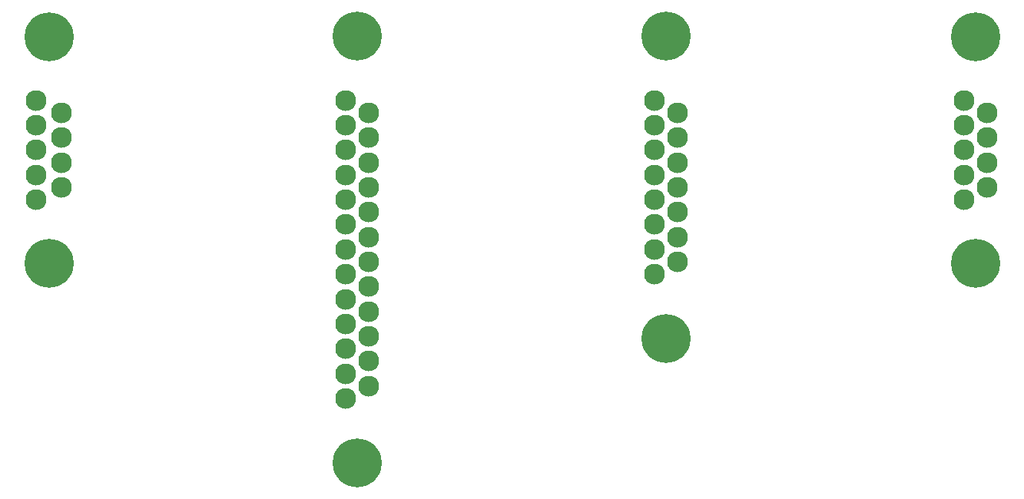
<source format=gbs>
G04 project-name*
%FSLAX35Y35*%
%MOMM*%
G04 c4.1(1)*
%LPD*%
%ADD10C,2.3*%
D10*
X-13635666Y20000000D02*
D03*

G04 c4.2(2)*
%LPD*%
D10*
X-13635666Y19725999D02*
D03*

G04 c4.3(3)*
%LPD*%
D10*
X-13635666Y19452000D02*
D03*

G04 c4.4(4)*
%LPD*%
D10*
X-13635666Y19177999D02*
D03*

G04 c4.5(5)*
%LPD*%
D10*
X-13635666Y18904000D02*
D03*

G04 c4.6(6)*
%LPD*%
D10*
X-13351666Y19863000D02*
D03*

G04 c4.7(7)*
%LPD*%
D10*
X-13351666Y19588999D02*
D03*

G04 c4.8(8)*
%LPD*%
D10*
X-13351666Y19315000D02*
D03*

G04 c4.9(9)*
%LPD*%
D10*
X-13351666Y19040999D02*
D03*

G04 c4.S(S)*
%LPD*%
%ADD11C,5.4*%
D11*
X-13493666Y20701500D02*
D03*

G04 c4.S(S)*
%LPD*%
D11*
X-13493666Y18202499D02*
D03*

G04 c3.1(1)*
%LPD*%
D10*
X-10226749Y20000000D02*
D03*

G04 c3.2(2)*
%LPD*%
D10*
X-10226749Y19725999D02*
D03*

G04 c3.3(3)*
%LPD*%
D10*
X-10226749Y19452000D02*
D03*

G04 c3.4(4)*
%LPD*%
D10*
X-10226749Y19177999D02*
D03*

G04 c3.5(5)*
%LPD*%
D10*
X-10226749Y18904000D02*
D03*

G04 c3.6(6)*
%LPD*%
D10*
X-10226749Y18629999D02*
D03*

G04 c3.7(7)*
%LPD*%
D10*
X-10226749Y18356000D02*
D03*

G04 c3.8(8)*
%LPD*%
D10*
X-10226749Y18081999D02*
D03*

G04 c3.9(9)*
%LPD*%
D10*
X-10226749Y17808000D02*
D03*

G04 c3.10(10)*
%LPD*%
D10*
X-10226749Y17533999D02*
D03*

G04 c3.11(11)*
%LPD*%
D10*
X-10226749Y17259999D02*
D03*

G04 c3.12(12)*
%LPD*%
D10*
X-10226749Y16986000D02*
D03*

G04 c3.13(13)*
%LPD*%
D10*
X-10226749Y16711999D02*
D03*

G04 c3.14(14)*
%LPD*%
D10*
X-9972749Y19863000D02*
D03*

G04 c3.15(15)*
%LPD*%
D10*
X-9972749Y19588999D02*
D03*

G04 c3.16(16)*
%LPD*%
D10*
X-9972749Y19315000D02*
D03*

G04 c3.17(17)*
%LPD*%
D10*
X-9972749Y19040999D02*
D03*

G04 c3.18(18)*
%LPD*%
D10*
X-9972749Y18767000D02*
D03*

G04 c3.19(19)*
%LPD*%
D10*
X-9972749Y18493000D02*
D03*

G04 c3.20(20)*
%LPD*%
D10*
X-9972749Y18219000D02*
D03*

G04 c3.21(21)*
%LPD*%
D10*
X-9972749Y17945000D02*
D03*

G04 c3.22(22)*
%LPD*%
D10*
X-9972749Y17671000D02*
D03*

G04 c3.23(23)*
%LPD*%
D10*
X-9972749Y17397000D02*
D03*

G04 c3.24(24)*
%LPD*%
D10*
X-9972749Y17122999D02*
D03*

G04 c3.25(25)*
%LPD*%
D10*
X-9972749Y16849000D02*
D03*

G04 c3.S(S)*
%LPD*%
D11*
X-10099749Y20708000D02*
D03*

G04 c3.S(S)*
%LPD*%
D11*
X-10099749Y16004000D02*
D03*

G04 c2.1(1)*
%LPD*%
D10*
X-6817833Y20000000D02*
D03*

G04 c2.2(2)*
%LPD*%
D10*
X-6817833Y19725999D02*
D03*

G04 c2.3(3)*
%LPD*%
D10*
X-6817833Y19452000D02*
D03*

G04 c2.4(4)*
%LPD*%
D10*
X-6817833Y19177999D02*
D03*

G04 c2.5(5)*
%LPD*%
D10*
X-6817833Y18904000D02*
D03*

G04 c2.6(6)*
%LPD*%
D10*
X-6817833Y18629999D02*
D03*

G04 c2.7(7)*
%LPD*%
D10*
X-6817833Y18356000D02*
D03*

G04 c2.8(8)*
%LPD*%
D10*
X-6817833Y18081999D02*
D03*

G04 c2.9(9)*
%LPD*%
D10*
X-6563833Y19863000D02*
D03*

G04 c2.10(10)*
%LPD*%
D10*
X-6563833Y19588999D02*
D03*

G04 c2.11(11)*
%LPD*%
D10*
X-6563833Y19315000D02*
D03*

G04 c2.12(12)*
%LPD*%
D10*
X-6563833Y19040999D02*
D03*

G04 c2.13(13)*
%LPD*%
D10*
X-6563833Y18767000D02*
D03*

G04 c2.14(14)*
%LPD*%
D10*
X-6563833Y18493000D02*
D03*

G04 c2.15(15)*
%LPD*%
D10*
X-6563833Y18219000D02*
D03*

G04 c2.S(S)*
%LPD*%
D11*
X-6690833Y20707000D02*
D03*

G04 c2.S(S)*
%LPD*%
D11*
X-6690833Y17374999D02*
D03*

G04 c1.1(1)*
%LPD*%
D10*
X-3408916Y20000000D02*
D03*

G04 c1.2(2)*
%LPD*%
D10*
X-3408916Y19725999D02*
D03*

G04 c1.3(3)*
%LPD*%
D10*
X-3408916Y19452000D02*
D03*

G04 c1.4(4)*
%LPD*%
D10*
X-3408916Y19177999D02*
D03*

G04 c1.5(5)*
%LPD*%
D10*
X-3408916Y18904000D02*
D03*

G04 c1.6(6)*
%LPD*%
D10*
X-3154916Y19863000D02*
D03*

G04 c1.7(7)*
%LPD*%
D10*
X-3154916Y19588999D02*
D03*

G04 c1.8(8)*
%LPD*%
D10*
X-3154916Y19315000D02*
D03*

G04 c1.9(9)*
%LPD*%
D10*
X-3154916Y19040999D02*
D03*

G04 c1.S(S)*
%LPD*%
D11*
X-3281916Y20701500D02*
D03*

G04 c1.S(S)*
%LPD*%
D11*
X-3281916Y18202499D02*
D03*

M02*
</source>
